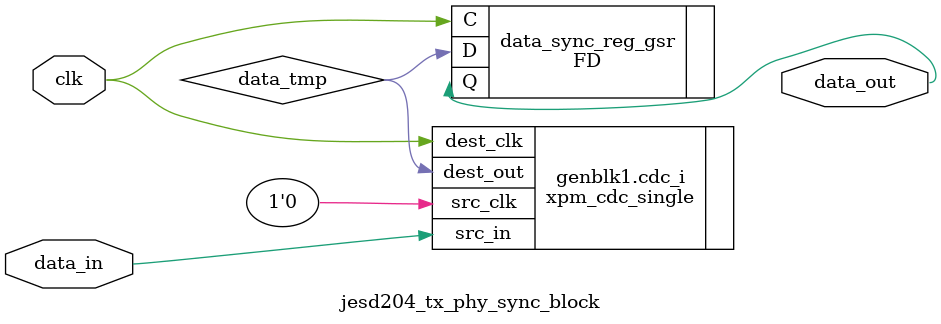
<source format=v>




`timescale 1ps / 1ps
`define USE_XPM_CDC

//(* dont_touch = "yes" *)
module jesd204_tx_phy_sync_block #(
  parameter INITIALISE = 1'b0,
  parameter TYPE = 1'b0   //Set to 1 only for reset synchronizer 
)
(
  input        clk,              // clock to be sync'ed to
  input        data_in,          // Data to be 'synced'
  output       data_out          // synced data
);

`ifdef USE_XPM_CDC
  wire data_tmp;
  generate
  if (TYPE == 0)
  begin  
    // Use the new Xilinx CDC libraries. 
    xpm_cdc_single #(
      .DEST_SYNC_FF  (4), // Number of registers in the destination clock domain to account for MTBF
      .SRC_INPUT_REG (0)  // Determines whether there is an input register in src_clk domain.  
                        // SRC_INPUT_REG = 0, input register is not present
    ) cdc_i  (
      .src_clk  (1'd0     ),	
      .dest_clk (clk      ),	
      .src_in   (data_in  ),
      .dest_out (data_tmp )
    );

  end
  else begin
    xpm_cdc_async_rst #(
      //Common module parameters
      .DEST_SYNC_FF    (5), // integer; range: 2-10
      .RST_ACTIVE_HIGH (1)  // integer; 0=active low reset, 1=active high reset
    ) xpm_cdc_async_rst_inst (
      .src_arst  (data_in),
      .dest_clk  (clk),
      .dest_arst (data_tmp)
    );  
  end
  endgenerate
  
  (* ASYNC_REG = "TRUE", SHREG_EXTRACT = "NO" *)
  FD #(
    .INIT (INITIALISE[0])
  ) data_sync_reg_gsr (
    .C  (clk     ),
    .D  (data_tmp),
    .Q  (data_out)
  );

`else
  // Internal Signals
  wire   data_sync0;
  wire   data_sync1;
  wire   data_sync2;
  wire   data_sync3;
  wire   data_sync4;


  (* ASYNC_REG = "TRUE", SHREG_EXTRACT = "NO" *)
  FD #(
    .INIT (INITIALISE[0])
  ) data_sync_reg0 (
    .C  (clk),
    .D  (data_in),
    .Q  (data_sync0)
  );

  (* ASYNC_REG = "TRUE", SHREG_EXTRACT = "NO" *)
  FD #(
   .INIT (INITIALISE[0])
  ) data_sync_reg1 (
  .C  (clk),
  .D  (data_sync0),
  .Q  (data_sync1)
  );

  (* ASYNC_REG = "TRUE", SHREG_EXTRACT = "NO" *)
  FD #(
   .INIT (INITIALISE[0])
  ) data_sync_reg2 (
  .C  (clk),
  .D  (data_sync1),
  .Q  (data_sync2)
  );

  (* ASYNC_REG = "TRUE", SHREG_EXTRACT = "NO" *)
  FD #(
   .INIT (INITIALISE[0])
  ) data_sync_reg3 (
  .C  (clk),
  .D  (data_sync2),
  .Q  (data_sync3)
  );

  (* ASYNC_REG = "TRUE", SHREG_EXTRACT = "NO" *)
  FD #(
   .INIT (INITIALISE[0])
  ) data_sync_reg4 (
  .C  (clk),
  .D  (data_sync3),
  .Q  (data_sync4)
  );

  assign data_out = data_sync4;
`endif

endmodule

</source>
